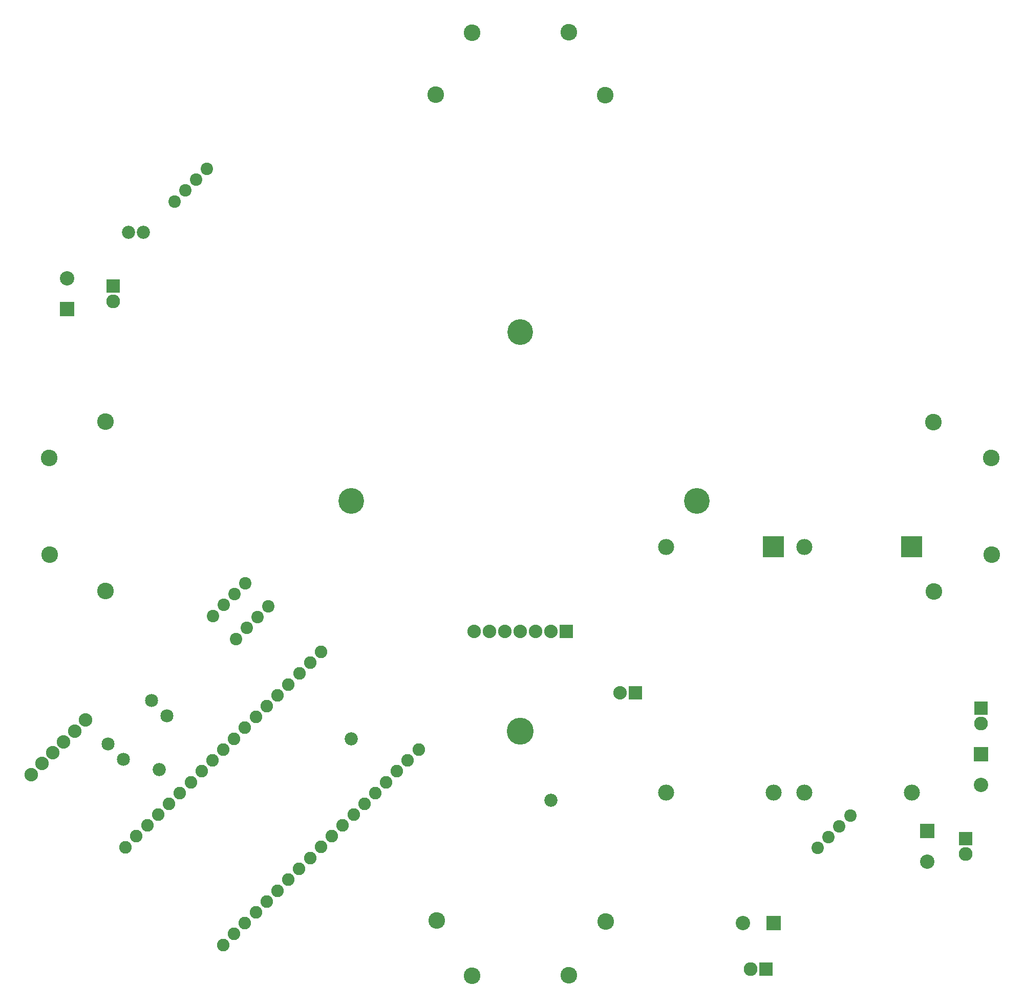
<source format=gbs>
G04 MADE WITH FRITZING*
G04 WWW.FRITZING.ORG*
G04 DOUBLE SIDED*
G04 HOLES PLATED*
G04 CONTOUR ON CENTER OF CONTOUR VECTOR*
%ASAXBY*%
%FSLAX23Y23*%
%MOIN*%
%OFA0B0*%
%SFA1.0B1.0*%
%ADD10C,0.108425*%
%ADD11C,0.081858*%
%ADD12C,0.085433*%
%ADD13C,0.081000*%
%ADD14C,0.080972*%
%ADD15C,0.085000*%
%ADD16C,0.088000*%
%ADD17C,0.104488*%
%ADD18C,0.093307*%
%ADD19C,0.090000*%
%ADD20C,0.167480*%
%ADD21C,0.175354*%
%ADD22R,0.088000X0.088000*%
%ADD23R,0.093307X0.093307*%
%ADD24R,0.090000X0.090000*%
%ADD25C,0.030000*%
%ADD26R,0.001000X0.001000*%
%LNMASK0*%
G90*
G70*
G54D10*
X874Y4241D03*
G54D11*
X2643Y2977D03*
X2572Y2906D03*
X2502Y2835D03*
X2431Y2764D03*
X2361Y2694D03*
X2290Y2623D03*
X2219Y2552D03*
X2148Y2482D03*
X2077Y2411D03*
X2007Y2341D03*
X1936Y2270D03*
X1865Y2199D03*
X1795Y2128D03*
X1724Y2057D03*
X1654Y1987D03*
X1583Y1916D03*
X1512Y1846D03*
X1441Y1775D03*
X1370Y1704D03*
X2006Y1068D03*
X2077Y1139D03*
X2148Y1210D03*
X2219Y1280D03*
X2290Y1351D03*
X2360Y1421D03*
X2431Y1492D03*
X2501Y1563D03*
X2572Y1634D03*
X2643Y1705D03*
X2713Y1775D03*
X2784Y1846D03*
X2855Y1916D03*
X2926Y1987D03*
X2997Y2058D03*
X3067Y2128D03*
X3138Y2199D03*
X3208Y2270D03*
X3279Y2341D03*
G54D12*
X4139Y2009D03*
X2839Y2411D03*
G54D13*
X1901Y6123D03*
X1830Y6052D03*
G54D14*
X1760Y5982D03*
X1689Y5911D03*
G54D13*
X2151Y3423D03*
X2080Y3352D03*
G54D14*
X2010Y3282D03*
X1939Y3211D03*
G54D13*
X2301Y3273D03*
X2230Y3202D03*
G54D14*
X2160Y3132D03*
X2089Y3061D03*
G54D13*
X5877Y1699D03*
X5947Y1769D03*
G54D14*
X6018Y1840D03*
X6089Y1911D03*
G54D15*
X1256Y2378D03*
X1539Y2661D03*
X1356Y2278D03*
X1639Y2561D03*
G54D12*
X1389Y5709D03*
X1488Y5709D03*
G54D16*
X4039Y3111D03*
X3939Y3111D03*
X3839Y3111D03*
X3739Y3111D03*
X3639Y3111D03*
X4689Y2711D03*
X4589Y2711D03*
X4239Y3111D03*
X4139Y3111D03*
X1110Y2532D03*
X1039Y2461D03*
X968Y2390D03*
X897Y2319D03*
X827Y2249D03*
X756Y2178D03*
G54D12*
X1589Y2211D03*
G54D17*
X5589Y3661D03*
X4889Y3661D03*
X4889Y2061D03*
X5589Y2061D03*
X6489Y3661D03*
X5789Y3661D03*
X5789Y2061D03*
X6489Y2061D03*
G54D18*
X6589Y1811D03*
X6589Y1611D03*
X6939Y2311D03*
X6939Y2111D03*
X989Y5211D03*
X989Y5411D03*
X5589Y1211D03*
X5389Y1211D03*
G54D19*
X5539Y911D03*
X5439Y911D03*
X6839Y1761D03*
X6839Y1661D03*
X6939Y2611D03*
X6939Y2511D03*
X1289Y5361D03*
X1289Y5261D03*
G54D20*
X5089Y3961D03*
X2839Y3961D03*
G54D21*
X3939Y2461D03*
G54D20*
X3939Y5061D03*
G54D10*
X877Y3610D03*
X4498Y1221D03*
X4256Y869D03*
X3627Y867D03*
X3395Y1225D03*
X4492Y6603D03*
X4255Y7014D03*
X3389Y6607D03*
X3627Y7011D03*
X7009Y3609D03*
X7006Y4240D03*
X6633Y3370D03*
X6630Y4472D03*
X1241Y3373D03*
X1239Y4476D03*
G54D22*
X4689Y2711D03*
X4239Y3111D03*
G54D23*
X6589Y1811D03*
X6939Y2311D03*
X989Y5211D03*
X5589Y1211D03*
G54D24*
X5539Y911D03*
X6839Y1761D03*
X6939Y2611D03*
X1289Y5361D03*
G54D25*
G36*
X1151Y2532D02*
X1110Y2491D01*
X1069Y2532D01*
X1110Y2573D01*
X1151Y2532D01*
G37*
D02*
G54D26*
X5521Y3729D02*
X5656Y3729D01*
X6421Y3729D02*
X6556Y3729D01*
X5521Y3728D02*
X5656Y3728D01*
X6421Y3728D02*
X6556Y3728D01*
X5521Y3727D02*
X5656Y3727D01*
X6421Y3727D02*
X6556Y3727D01*
X5521Y3726D02*
X5656Y3726D01*
X6421Y3726D02*
X6556Y3726D01*
X5521Y3725D02*
X5656Y3725D01*
X6421Y3725D02*
X6556Y3725D01*
X5521Y3724D02*
X5656Y3724D01*
X6421Y3724D02*
X6556Y3724D01*
X5521Y3723D02*
X5656Y3723D01*
X6421Y3723D02*
X6556Y3723D01*
X5521Y3722D02*
X5656Y3722D01*
X6421Y3722D02*
X6556Y3722D01*
X5521Y3721D02*
X5656Y3721D01*
X6421Y3721D02*
X6556Y3721D01*
X5521Y3720D02*
X5656Y3720D01*
X6421Y3720D02*
X6556Y3720D01*
X5521Y3719D02*
X5656Y3719D01*
X6421Y3719D02*
X6556Y3719D01*
X5521Y3718D02*
X5656Y3718D01*
X6421Y3718D02*
X6556Y3718D01*
X5521Y3717D02*
X5656Y3717D01*
X6421Y3717D02*
X6556Y3717D01*
X5521Y3716D02*
X5656Y3716D01*
X6421Y3716D02*
X6556Y3716D01*
X5521Y3715D02*
X5656Y3715D01*
X6421Y3715D02*
X6556Y3715D01*
X5521Y3714D02*
X5656Y3714D01*
X6421Y3714D02*
X6556Y3714D01*
X5521Y3713D02*
X5656Y3713D01*
X6421Y3713D02*
X6556Y3713D01*
X5521Y3712D02*
X5656Y3712D01*
X6421Y3712D02*
X6556Y3712D01*
X5521Y3711D02*
X5656Y3711D01*
X6421Y3711D02*
X6556Y3711D01*
X5521Y3710D02*
X5656Y3710D01*
X6421Y3710D02*
X6556Y3710D01*
X5521Y3709D02*
X5656Y3709D01*
X6421Y3709D02*
X6556Y3709D01*
X5521Y3708D02*
X5656Y3708D01*
X6421Y3708D02*
X6556Y3708D01*
X5521Y3707D02*
X5656Y3707D01*
X6421Y3707D02*
X6556Y3707D01*
X5521Y3706D02*
X5656Y3706D01*
X6421Y3706D02*
X6556Y3706D01*
X5521Y3705D02*
X5656Y3705D01*
X6421Y3705D02*
X6556Y3705D01*
X5521Y3704D02*
X5656Y3704D01*
X6421Y3704D02*
X6556Y3704D01*
X5521Y3703D02*
X5656Y3703D01*
X6421Y3703D02*
X6556Y3703D01*
X5521Y3702D02*
X5656Y3702D01*
X6421Y3702D02*
X6556Y3702D01*
X5521Y3701D02*
X5656Y3701D01*
X6421Y3701D02*
X6556Y3701D01*
X5521Y3700D02*
X5656Y3700D01*
X6421Y3700D02*
X6556Y3700D01*
X5521Y3699D02*
X5656Y3699D01*
X6421Y3699D02*
X6556Y3699D01*
X5521Y3698D02*
X5656Y3698D01*
X6421Y3698D02*
X6556Y3698D01*
X5521Y3697D02*
X5656Y3697D01*
X6421Y3697D02*
X6556Y3697D01*
X5521Y3696D02*
X5656Y3696D01*
X6421Y3696D02*
X6556Y3696D01*
X5521Y3695D02*
X5656Y3695D01*
X6421Y3695D02*
X6556Y3695D01*
X5521Y3694D02*
X5656Y3694D01*
X6421Y3694D02*
X6556Y3694D01*
X5521Y3693D02*
X5656Y3693D01*
X6421Y3693D02*
X6556Y3693D01*
X5521Y3692D02*
X5656Y3692D01*
X6421Y3692D02*
X6556Y3692D01*
X5521Y3691D02*
X5656Y3691D01*
X6421Y3691D02*
X6556Y3691D01*
X5521Y3690D02*
X5656Y3690D01*
X6421Y3690D02*
X6556Y3690D01*
X5521Y3689D02*
X5656Y3689D01*
X6421Y3689D02*
X6556Y3689D01*
X5521Y3688D02*
X5656Y3688D01*
X6421Y3688D02*
X6556Y3688D01*
X5521Y3687D02*
X5656Y3687D01*
X6421Y3687D02*
X6556Y3687D01*
X5521Y3686D02*
X5656Y3686D01*
X6421Y3686D02*
X6556Y3686D01*
X5521Y3685D02*
X5656Y3685D01*
X6421Y3685D02*
X6556Y3685D01*
X5521Y3684D02*
X5656Y3684D01*
X6421Y3684D02*
X6556Y3684D01*
X5521Y3683D02*
X5656Y3683D01*
X6421Y3683D02*
X6556Y3683D01*
X5521Y3682D02*
X5656Y3682D01*
X6421Y3682D02*
X6556Y3682D01*
X5521Y3681D02*
X5656Y3681D01*
X6421Y3681D02*
X6556Y3681D01*
X5521Y3680D02*
X5656Y3680D01*
X6421Y3680D02*
X6556Y3680D01*
X5521Y3679D02*
X5656Y3679D01*
X6421Y3679D02*
X6556Y3679D01*
X5521Y3678D02*
X5656Y3678D01*
X6421Y3678D02*
X6556Y3678D01*
X5521Y3677D02*
X5656Y3677D01*
X6421Y3677D02*
X6556Y3677D01*
X5521Y3676D02*
X5656Y3676D01*
X6421Y3676D02*
X6556Y3676D01*
X5521Y3675D02*
X5656Y3675D01*
X6421Y3675D02*
X6556Y3675D01*
X5521Y3674D02*
X5656Y3674D01*
X6421Y3674D02*
X6556Y3674D01*
X5521Y3673D02*
X5656Y3673D01*
X6421Y3673D02*
X6556Y3673D01*
X5521Y3672D02*
X5656Y3672D01*
X6421Y3672D02*
X6556Y3672D01*
X5521Y3671D02*
X5656Y3671D01*
X6421Y3671D02*
X6556Y3671D01*
X5521Y3670D02*
X5656Y3670D01*
X6421Y3670D02*
X6556Y3670D01*
X5521Y3669D02*
X5656Y3669D01*
X6421Y3669D02*
X6556Y3669D01*
X5521Y3668D02*
X5656Y3668D01*
X6421Y3668D02*
X6556Y3668D01*
X5521Y3667D02*
X5656Y3667D01*
X6421Y3667D02*
X6556Y3667D01*
X5521Y3666D02*
X5656Y3666D01*
X6421Y3666D02*
X6556Y3666D01*
X5521Y3665D02*
X5656Y3665D01*
X6421Y3665D02*
X6556Y3665D01*
X5521Y3664D02*
X5656Y3664D01*
X6421Y3664D02*
X6556Y3664D01*
X5521Y3663D02*
X5656Y3663D01*
X6421Y3663D02*
X6556Y3663D01*
X5521Y3662D02*
X5587Y3662D01*
X5589Y3662D02*
X5656Y3662D01*
X6421Y3662D02*
X6487Y3662D01*
X6489Y3662D02*
X6556Y3662D01*
X5521Y3661D02*
X5587Y3661D01*
X5590Y3661D02*
X5656Y3661D01*
X6421Y3661D02*
X6487Y3661D01*
X6490Y3661D02*
X6556Y3661D01*
X5521Y3660D02*
X5656Y3660D01*
X6421Y3660D02*
X6556Y3660D01*
X5521Y3659D02*
X5656Y3659D01*
X6421Y3659D02*
X6556Y3659D01*
X5521Y3658D02*
X5656Y3658D01*
X6421Y3658D02*
X6556Y3658D01*
X5521Y3657D02*
X5656Y3657D01*
X6421Y3657D02*
X6556Y3657D01*
X5521Y3656D02*
X5656Y3656D01*
X6421Y3656D02*
X6556Y3656D01*
X5521Y3655D02*
X5656Y3655D01*
X6421Y3655D02*
X6556Y3655D01*
X5521Y3654D02*
X5656Y3654D01*
X6421Y3654D02*
X6556Y3654D01*
X5521Y3653D02*
X5656Y3653D01*
X6421Y3653D02*
X6556Y3653D01*
X5521Y3652D02*
X5656Y3652D01*
X6421Y3652D02*
X6556Y3652D01*
X5521Y3651D02*
X5656Y3651D01*
X6421Y3651D02*
X6556Y3651D01*
X5521Y3650D02*
X5656Y3650D01*
X6421Y3650D02*
X6556Y3650D01*
X5521Y3649D02*
X5656Y3649D01*
X6421Y3649D02*
X6556Y3649D01*
X5521Y3648D02*
X5656Y3648D01*
X6421Y3648D02*
X6556Y3648D01*
X5521Y3647D02*
X5656Y3647D01*
X6421Y3647D02*
X6556Y3647D01*
X5521Y3646D02*
X5656Y3646D01*
X6421Y3646D02*
X6556Y3646D01*
X5521Y3645D02*
X5656Y3645D01*
X6421Y3645D02*
X6556Y3645D01*
X5521Y3644D02*
X5656Y3644D01*
X6421Y3644D02*
X6556Y3644D01*
X5521Y3643D02*
X5656Y3643D01*
X6421Y3643D02*
X6556Y3643D01*
X5521Y3642D02*
X5656Y3642D01*
X6421Y3642D02*
X6556Y3642D01*
X5521Y3641D02*
X5656Y3641D01*
X6421Y3641D02*
X6556Y3641D01*
X5521Y3640D02*
X5656Y3640D01*
X6421Y3640D02*
X6556Y3640D01*
X5521Y3639D02*
X5656Y3639D01*
X6421Y3639D02*
X6556Y3639D01*
X5521Y3638D02*
X5656Y3638D01*
X6421Y3638D02*
X6556Y3638D01*
X5521Y3637D02*
X5656Y3637D01*
X6421Y3637D02*
X6556Y3637D01*
X5521Y3636D02*
X5656Y3636D01*
X6421Y3636D02*
X6556Y3636D01*
X5521Y3635D02*
X5656Y3635D01*
X6421Y3635D02*
X6556Y3635D01*
X5521Y3634D02*
X5656Y3634D01*
X6421Y3634D02*
X6556Y3634D01*
X5521Y3633D02*
X5656Y3633D01*
X6421Y3633D02*
X6556Y3633D01*
X5521Y3632D02*
X5656Y3632D01*
X6421Y3632D02*
X6556Y3632D01*
X5521Y3631D02*
X5656Y3631D01*
X6421Y3631D02*
X6556Y3631D01*
X5521Y3630D02*
X5656Y3630D01*
X6421Y3630D02*
X6556Y3630D01*
X5521Y3629D02*
X5656Y3629D01*
X6421Y3629D02*
X6556Y3629D01*
X5521Y3628D02*
X5656Y3628D01*
X6421Y3628D02*
X6556Y3628D01*
X5521Y3627D02*
X5656Y3627D01*
X6421Y3627D02*
X6556Y3627D01*
X5521Y3626D02*
X5656Y3626D01*
X6421Y3626D02*
X6556Y3626D01*
X5521Y3625D02*
X5656Y3625D01*
X6421Y3625D02*
X6556Y3625D01*
X5521Y3624D02*
X5656Y3624D01*
X6421Y3624D02*
X6556Y3624D01*
X5521Y3623D02*
X5656Y3623D01*
X6421Y3623D02*
X6556Y3623D01*
X5521Y3622D02*
X5656Y3622D01*
X6421Y3622D02*
X6556Y3622D01*
X5521Y3621D02*
X5656Y3621D01*
X6421Y3621D02*
X6556Y3621D01*
X5521Y3620D02*
X5656Y3620D01*
X6421Y3620D02*
X6556Y3620D01*
X5521Y3619D02*
X5656Y3619D01*
X6421Y3619D02*
X6556Y3619D01*
X5521Y3618D02*
X5656Y3618D01*
X6421Y3618D02*
X6556Y3618D01*
X5521Y3617D02*
X5656Y3617D01*
X6421Y3617D02*
X6556Y3617D01*
X5521Y3616D02*
X5656Y3616D01*
X6421Y3616D02*
X6556Y3616D01*
X5521Y3615D02*
X5656Y3615D01*
X6421Y3615D02*
X6556Y3615D01*
X5521Y3614D02*
X5656Y3614D01*
X6421Y3614D02*
X6556Y3614D01*
X5521Y3613D02*
X5656Y3613D01*
X6421Y3613D02*
X6556Y3613D01*
X5521Y3612D02*
X5656Y3612D01*
X6421Y3612D02*
X6556Y3612D01*
X5521Y3611D02*
X5656Y3611D01*
X6421Y3611D02*
X6556Y3611D01*
X5521Y3610D02*
X5656Y3610D01*
X6421Y3610D02*
X6556Y3610D01*
X5521Y3609D02*
X5656Y3609D01*
X6421Y3609D02*
X6556Y3609D01*
X5521Y3608D02*
X5656Y3608D01*
X6421Y3608D02*
X6556Y3608D01*
X5521Y3607D02*
X5656Y3607D01*
X6421Y3607D02*
X6556Y3607D01*
X5521Y3606D02*
X5656Y3606D01*
X6421Y3606D02*
X6556Y3606D01*
X5521Y3605D02*
X5656Y3605D01*
X6421Y3605D02*
X6556Y3605D01*
X5521Y3604D02*
X5656Y3604D01*
X6421Y3604D02*
X6556Y3604D01*
X5521Y3603D02*
X5656Y3603D01*
X6421Y3603D02*
X6556Y3603D01*
X5521Y3602D02*
X5656Y3602D01*
X6421Y3602D02*
X6556Y3602D01*
X5521Y3601D02*
X5656Y3601D01*
X6421Y3601D02*
X6556Y3601D01*
X5521Y3600D02*
X5656Y3600D01*
X6421Y3600D02*
X6556Y3600D01*
X5521Y3599D02*
X5656Y3599D01*
X6421Y3599D02*
X6556Y3599D01*
X5521Y3598D02*
X5656Y3598D01*
X6421Y3598D02*
X6556Y3598D01*
X5521Y3597D02*
X5656Y3597D01*
X6421Y3597D02*
X6556Y3597D01*
X5521Y3596D02*
X5656Y3596D01*
X6421Y3596D02*
X6556Y3596D01*
X5521Y3595D02*
X5656Y3595D01*
X6421Y3595D02*
X6556Y3595D01*
X5521Y3594D02*
X5656Y3594D01*
X6421Y3594D02*
X6556Y3594D01*
D02*
G04 End of Mask0*
M02*
</source>
